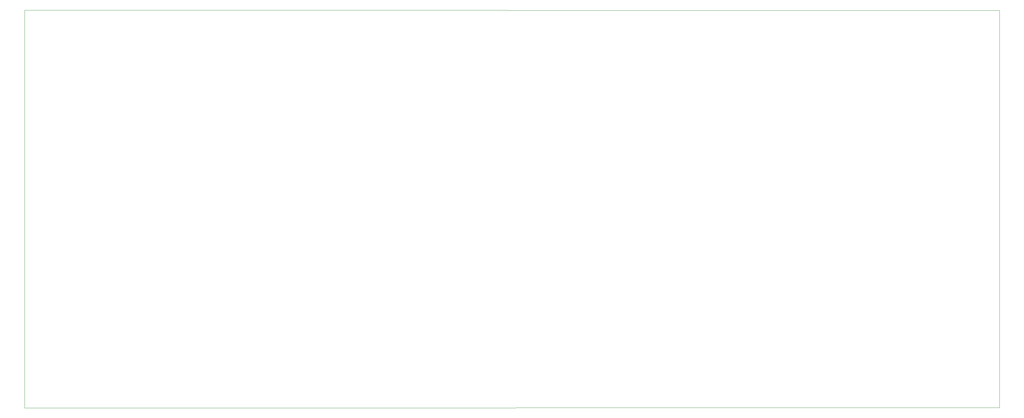
<source format=gbr>
%TF.GenerationSoftware,KiCad,Pcbnew,8.0.8-8.0.8-0~ubuntu24.04.1*%
%TF.CreationDate,2025-02-09T16:52:58+07:00*%
%TF.ProjectId,wemos32-12-channel-relays-ssr-rev-2,77656d6f-7333-4322-9d31-322d6368616e,1.0*%
%TF.SameCoordinates,Original*%
%TF.FileFunction,Profile,NP*%
%FSLAX46Y46*%
G04 Gerber Fmt 4.6, Leading zero omitted, Abs format (unit mm)*
G04 Created by KiCad (PCBNEW 8.0.8-8.0.8-0~ubuntu24.04.1) date 2025-02-09 16:52:58*
%MOMM*%
%LPD*%
G01*
G04 APERTURE LIST*
%TA.AperFunction,Profile*%
%ADD10C,0.100000*%
%TD*%
G04 APERTURE END LIST*
D10*
X14000000Y-161500000D02*
X14005500Y-51500000D01*
X283000000Y-51594500D02*
X283000000Y-161405500D01*
X283000000Y-161405500D02*
X14000000Y-161500000D01*
X14005500Y-51500000D02*
X283000000Y-51594500D01*
M02*

</source>
